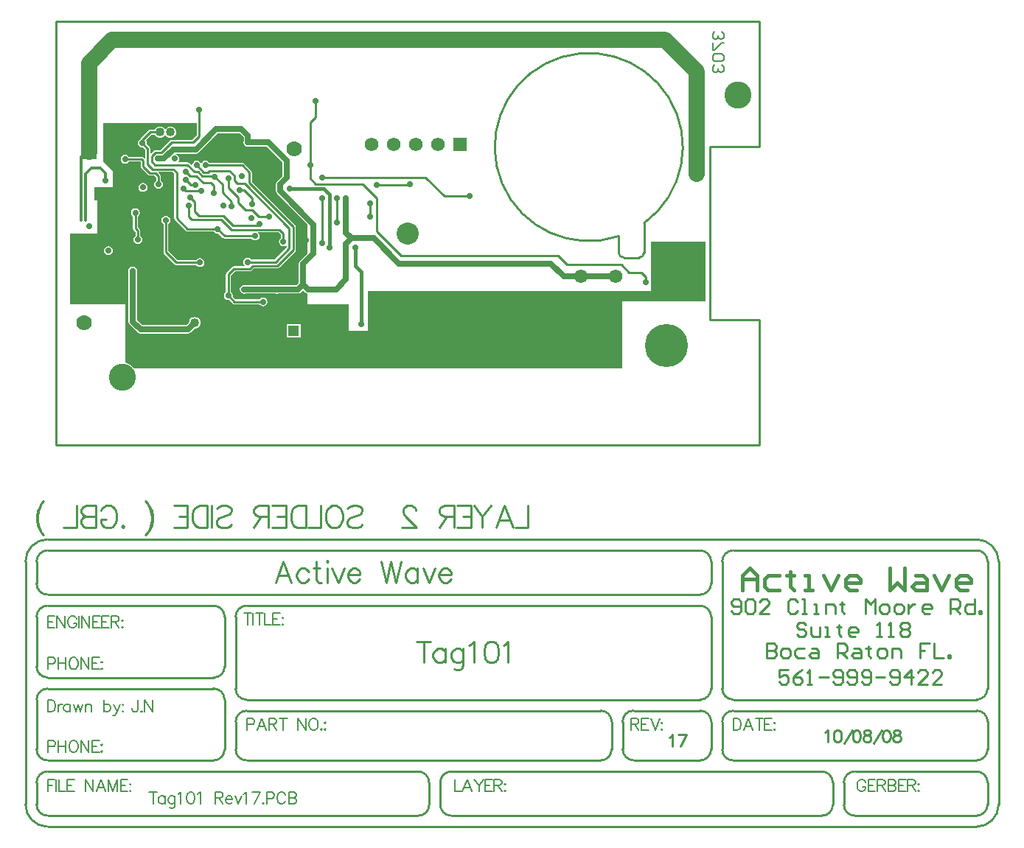
<source format=gbl>
%FSLAX23Y23*%
%MOIN*%
G70*
G01*
G75*
G04 Layer_Physical_Order=2*
G04 Layer_Color=65280*
%ADD10R,0.080X0.060*%
%ADD11R,0.091X0.067*%
%ADD12R,0.030X0.030*%
%ADD13R,0.030X0.030*%
%ADD14R,0.024X0.024*%
%ADD15R,0.098X0.138*%
%ADD16R,0.020X0.050*%
%ADD17R,0.080X0.120*%
%ADD18R,0.070X0.100*%
%ADD19R,0.100X0.070*%
%ADD20O,0.016X0.060*%
%ADD21R,0.014X0.035*%
%ADD22R,0.025X0.030*%
%ADD23R,0.100X0.100*%
%ADD24R,0.064X0.044*%
%ADD25R,0.014X0.035*%
%ADD26R,0.090X0.024*%
%ADD27R,0.024X0.100*%
%ADD28R,0.070X0.024*%
%ADD29R,0.024X0.090*%
%ADD30O,0.016X0.060*%
%ADD31R,0.075X0.043*%
%ADD32R,0.036X0.036*%
%ADD33R,0.036X0.050*%
%ADD34C,0.040*%
%ADD35R,0.074X0.045*%
%ADD36R,0.036X0.036*%
%ADD37R,0.050X0.036*%
%ADD38O,0.024X0.080*%
%ADD39C,0.015*%
%ADD40C,0.040*%
%ADD41C,0.006*%
%ADD42C,0.025*%
%ADD43C,0.010*%
%ADD44C,0.030*%
%ADD45C,0.012*%
%ADD46C,0.016*%
%ADD47C,0.014*%
%ADD48C,0.020*%
%ADD49C,0.008*%
%ADD50C,0.074*%
%ADD51C,0.005*%
%ADD52C,0.009*%
%ADD53C,0.062*%
%ADD54C,0.195*%
%ADD55C,0.070*%
%ADD56C,0.100*%
%ADD57C,0.122*%
%ADD58R,0.050X0.050*%
%ADD59C,0.028*%
%ADD60R,0.070X0.070*%
%ADD61R,0.062X0.062*%
G36*
X586Y1352D02*
X563Y1329D01*
X471D01*
X471Y1329D01*
X467Y1328D01*
X463Y1326D01*
X463Y1326D01*
X420Y1283D01*
X398D01*
X398Y1283D01*
X394Y1282D01*
X390Y1280D01*
X390Y1280D01*
X380Y1270D01*
X375Y1272D01*
Y1290D01*
X374Y1294D01*
X372Y1298D01*
X372Y1298D01*
X359Y1311D01*
X359Y1315D01*
X358Y1323D01*
X355Y1328D01*
X380Y1353D01*
X396D01*
X396Y1351D01*
X400Y1345D01*
X406Y1341D01*
X412Y1339D01*
X419Y1338D01*
X426Y1339D01*
X432Y1341D01*
X438Y1345D01*
X440Y1349D01*
X445D01*
X448Y1345D01*
X454Y1341D01*
X460Y1339D01*
X467Y1338D01*
X474Y1339D01*
X480Y1341D01*
X486Y1345D01*
X490Y1351D01*
X492Y1357D01*
X493Y1364D01*
X492Y1371D01*
X490Y1377D01*
X486Y1383D01*
X480Y1387D01*
X474Y1389D01*
X467Y1390D01*
X460Y1389D01*
X454Y1387D01*
X448Y1383D01*
X445Y1379D01*
X440D01*
X438Y1383D01*
X432Y1387D01*
X426Y1389D01*
X419Y1390D01*
X412Y1389D01*
X406Y1387D01*
X400Y1383D01*
X396Y1377D01*
X396Y1375D01*
X375D01*
X375Y1375D01*
X371Y1374D01*
X367Y1372D01*
X367Y1372D01*
X331Y1336D01*
X329Y1332D01*
X329Y1332D01*
X325Y1329D01*
X320Y1323D01*
X319Y1315D01*
X320Y1307D01*
X325Y1301D01*
X331Y1296D01*
X339Y1295D01*
X343Y1295D01*
X353Y1285D01*
Y1249D01*
X348Y1247D01*
X345Y1250D01*
X341Y1252D01*
X337Y1253D01*
X337Y1253D01*
X278D01*
X276Y1256D01*
X269Y1261D01*
X261Y1262D01*
X253Y1261D01*
X247Y1256D01*
X242Y1250D01*
X241Y1242D01*
X242Y1234D01*
X247Y1228D01*
X253Y1223D01*
X261Y1222D01*
X269Y1223D01*
X276Y1228D01*
X278Y1231D01*
X332D01*
X333Y1230D01*
Y1209D01*
X333Y1209D01*
X334Y1205D01*
X336Y1201D01*
X366Y1171D01*
X370Y1169D01*
X374Y1168D01*
X374Y1168D01*
X393D01*
X401Y1160D01*
Y1145D01*
X398Y1142D01*
X393Y1136D01*
X392Y1128D01*
X393Y1120D01*
X398Y1114D01*
X404Y1109D01*
X412Y1108D01*
X420Y1109D01*
X426Y1114D01*
X431Y1120D01*
X432Y1128D01*
X431Y1136D01*
X426Y1142D01*
X423Y1145D01*
Y1165D01*
X423Y1165D01*
X422Y1169D01*
X422D01*
X422Y1169D01*
X422Y1169D01*
Y1169D01*
X422D01*
X420Y1173D01*
X420Y1173D01*
X412Y1181D01*
X414Y1186D01*
X475D01*
X484Y1177D01*
Y975D01*
X484Y975D01*
X485Y971D01*
X487Y967D01*
X536Y918D01*
X536Y918D01*
X540Y916D01*
Y916D01*
X540Y916D01*
X540D01*
Y916D01*
X540Y916D01*
X540Y916D01*
X544Y915D01*
X544Y915D01*
X663D01*
X666Y912D01*
X672Y907D01*
X680Y906D01*
X684Y906D01*
X704Y886D01*
X704Y886D01*
X708Y884D01*
Y884D01*
X708Y884D01*
X708D01*
Y884D01*
X708Y884D01*
X708Y884D01*
X712Y883D01*
X832D01*
X835Y880D01*
X841Y875D01*
X849Y874D01*
X857Y875D01*
X863Y880D01*
X868Y886D01*
X869Y894D01*
X868Y902D01*
X863Y908D01*
X864Y911D01*
X955D01*
X966Y900D01*
Y886D01*
X963Y883D01*
X958Y877D01*
X957Y869D01*
X958Y861D01*
X963Y855D01*
X969Y850D01*
X977Y849D01*
X985Y850D01*
X988Y853D01*
X993Y850D01*
Y844D01*
X937Y788D01*
X832D01*
X829Y791D01*
X823Y796D01*
X815Y797D01*
X807Y796D01*
X801Y791D01*
X796Y785D01*
X795Y777D01*
X796Y769D01*
X801Y763D01*
X798Y758D01*
X754D01*
X754Y758D01*
X750Y757D01*
X746Y755D01*
X746Y755D01*
X720Y729D01*
X718Y725D01*
X717Y721D01*
X717Y721D01*
Y641D01*
X714Y638D01*
X709Y632D01*
X708Y624D01*
X709Y616D01*
X714Y610D01*
X720Y605D01*
X728Y604D01*
X732Y604D01*
X747Y589D01*
X747Y589D01*
X751Y586D01*
Y586D01*
X751Y586D01*
X751D01*
Y586D01*
X751Y586D01*
X751Y586D01*
X755Y585D01*
X755Y585D01*
X869D01*
X871Y582D01*
X878Y578D01*
X885Y576D01*
X893Y578D01*
X900Y582D01*
X904Y589D01*
X906Y597D01*
X904Y604D01*
X900Y611D01*
X893Y615D01*
X885Y617D01*
X878Y615D01*
X871Y611D01*
X869Y608D01*
X760D01*
X748Y620D01*
X748Y624D01*
X747Y632D01*
X742Y638D01*
X739Y641D01*
Y716D01*
X759Y736D01*
X826D01*
X826Y736D01*
X830Y737D01*
X834Y739D01*
X843Y748D01*
X950D01*
X950Y748D01*
X954Y749D01*
X958Y751D01*
X1030Y823D01*
X1030Y823D01*
X1032Y827D01*
X1033Y831D01*
X1033Y831D01*
Y937D01*
X1033Y937D01*
X1032Y942D01*
X1030Y945D01*
X1030Y945D01*
X835Y1140D01*
Y1182D01*
X834Y1186D01*
X832Y1190D01*
X832Y1190D01*
X799Y1223D01*
X795Y1225D01*
X791Y1226D01*
X791Y1226D01*
X642D01*
X639Y1229D01*
X633Y1234D01*
X625Y1235D01*
X617Y1234D01*
X611Y1229D01*
X608Y1225D01*
X603D01*
X599Y1229D01*
X593Y1234D01*
X585Y1235D01*
X577Y1234D01*
X571Y1229D01*
X566Y1223D01*
X565Y1218D01*
X560Y1216D01*
X552Y1225D01*
X548Y1227D01*
X544Y1228D01*
X544Y1228D01*
X505D01*
X502Y1233D01*
X505Y1236D01*
X506Y1244D01*
X505Y1252D01*
X500Y1258D01*
X494Y1263D01*
X486Y1264D01*
X485Y1266D01*
X486Y1267D01*
X581D01*
X588Y1269D01*
X594Y1273D01*
X682Y1360D01*
X779D01*
X798Y1341D01*
Y1326D01*
X797Y1318D01*
X798Y1310D01*
X803Y1304D01*
X809Y1299D01*
X817Y1298D01*
X825Y1299D01*
X902D01*
X974Y1227D01*
Y1167D01*
X949Y1141D01*
X945Y1135D01*
X943Y1128D01*
Y1098D01*
X943Y1098D01*
X943D01*
X945Y1091D01*
X949Y1085D01*
X1086Y947D01*
Y815D01*
X1053Y781D01*
X1049Y775D01*
X1047Y768D01*
X1047Y768D01*
X1047D01*
X1047Y768D01*
X1047D01*
Y683D01*
X1036Y672D01*
X956D01*
X948Y673D01*
X940Y672D01*
X808D01*
X800Y673D01*
X792Y672D01*
X786Y667D01*
X781Y661D01*
X780Y653D01*
X781Y645D01*
X786Y639D01*
X792Y634D01*
X800Y633D01*
X808Y634D01*
X940D01*
X948Y633D01*
X956Y634D01*
X1044D01*
X1051Y636D01*
X1057Y640D01*
X1066Y648D01*
X1075Y640D01*
X1081Y636D01*
X1086Y635D01*
Y586D01*
X1271D01*
Y465D01*
X1360D01*
Y645D01*
X2640D01*
Y870D01*
X2885D01*
Y600D01*
X2510D01*
Y296D01*
X302D01*
X297Y302D01*
X287Y311D01*
X275Y317D01*
X262Y321D01*
X261Y321D01*
Y416D01*
X261D01*
Y586D01*
X11D01*
Y906D01*
X136D01*
Y1056D01*
X121D01*
Y1116D01*
X206D01*
Y1186D01*
X161Y1231D01*
Y1406D01*
X586D01*
Y1352D01*
D02*
G37*
%LPC*%
G36*
X296Y757D02*
X288Y756D01*
X282Y751D01*
X277Y745D01*
X276Y737D01*
X277Y729D01*
Y507D01*
X277Y507D01*
X277D01*
X279Y500D01*
X283Y494D01*
X318Y459D01*
X324Y455D01*
X331Y453D01*
X546D01*
X553Y455D01*
X559Y459D01*
X577Y476D01*
X583Y477D01*
X589Y479D01*
X595Y483D01*
X599Y489D01*
X601Y495D01*
X602Y502D01*
X601Y509D01*
X599Y515D01*
X595Y521D01*
X589Y525D01*
X583Y527D01*
X576Y528D01*
X569Y527D01*
X563Y525D01*
X557Y521D01*
X553Y515D01*
X551Y509D01*
X550Y503D01*
X538Y491D01*
X339D01*
X315Y515D01*
Y729D01*
X316Y737D01*
X315Y745D01*
X310Y751D01*
X304Y756D01*
X296Y757D01*
D02*
G37*
G36*
X1055Y496D02*
X993D01*
Y434D01*
X1055D01*
Y496D01*
D02*
G37*
G36*
X1086Y541D02*
X1086D01*
Y419D01*
X1086D01*
Y541D01*
D02*
G37*
G36*
X446Y986D02*
X438Y985D01*
X432Y980D01*
X427Y974D01*
X426Y966D01*
X427Y958D01*
X432Y952D01*
X435Y949D01*
Y821D01*
X435Y821D01*
X436Y817D01*
X438Y813D01*
X485Y766D01*
X485Y766D01*
X489Y764D01*
Y764D01*
X489Y764D01*
D01*
D01*
D01*
X489D01*
Y764D01*
D01*
X489Y764D01*
X489Y764D01*
X493Y763D01*
X583D01*
X586Y760D01*
X592Y755D01*
X600Y754D01*
X608Y755D01*
X614Y760D01*
X619Y766D01*
X620Y774D01*
X619Y782D01*
X614Y788D01*
X608Y793D01*
X600Y794D01*
X592Y793D01*
X586Y788D01*
X583Y785D01*
X498D01*
X457Y826D01*
Y949D01*
X460Y952D01*
X465Y958D01*
X466Y966D01*
X465Y974D01*
X460Y980D01*
X454Y985D01*
X446Y986D01*
D02*
G37*
G36*
X342Y1134D02*
X334Y1133D01*
X328Y1128D01*
X323Y1122D01*
X322Y1114D01*
X323Y1106D01*
X328Y1100D01*
X334Y1095D01*
X342Y1094D01*
X350Y1095D01*
X356Y1100D01*
X361Y1106D01*
X362Y1114D01*
X361Y1122D01*
X356Y1128D01*
X350Y1133D01*
X342Y1134D01*
D02*
G37*
G36*
X308Y1020D02*
X300Y1019D01*
X294Y1014D01*
X289Y1008D01*
X288Y1000D01*
X289Y992D01*
X294Y986D01*
X297Y983D01*
Y929D01*
X297Y929D01*
X298Y925D01*
X300Y921D01*
X308Y913D01*
Y895D01*
X305Y892D01*
X300Y886D01*
X299Y878D01*
X300Y870D01*
X305Y864D01*
X311Y859D01*
X319Y858D01*
X327Y859D01*
X333Y864D01*
X338Y870D01*
X339Y878D01*
X338Y886D01*
X333Y892D01*
X330Y895D01*
Y918D01*
X329Y922D01*
X327Y926D01*
X327Y926D01*
X319Y934D01*
Y983D01*
X322Y986D01*
X327Y992D01*
X328Y1000D01*
X327Y1008D01*
X322Y1014D01*
X316Y1019D01*
X308Y1020D01*
D02*
G37*
G36*
X186Y848D02*
X178Y847D01*
X172Y842D01*
X167Y836D01*
X166Y828D01*
X167Y820D01*
X172Y814D01*
X178Y809D01*
X186Y808D01*
X194Y809D01*
X200Y814D01*
X205Y820D01*
X206Y828D01*
X205Y836D01*
X200Y842D01*
X194Y847D01*
X186Y848D01*
D02*
G37*
%LPD*%
D34*
X419Y1364D02*
D03*
X467D02*
D03*
X576Y502D02*
D03*
D39*
X1006Y1109D02*
X1158D01*
X1329Y496D02*
Y733D01*
X1303Y759D02*
X1329Y733D01*
X1303Y759D02*
Y843D01*
X1158Y1109D02*
X1186Y1081D01*
Y843D02*
Y1081D01*
X3053Y-708D02*
Y-641D01*
X3086Y-608D01*
X3119Y-641D01*
Y-708D01*
Y-658D01*
X3053D01*
X3219Y-641D02*
X3169D01*
X3152Y-658D01*
Y-691D01*
X3169Y-708D01*
X3219D01*
X3269Y-625D02*
Y-641D01*
X3252D01*
X3286D01*
X3269D01*
Y-691D01*
X3286Y-708D01*
X3336D02*
X3369D01*
X3352D01*
Y-641D01*
X3336D01*
X3419D02*
X3452Y-708D01*
X3486Y-641D01*
X3569Y-708D02*
X3536D01*
X3519Y-691D01*
Y-658D01*
X3536Y-641D01*
X3569D01*
X3586Y-658D01*
Y-675D01*
X3519D01*
X3719Y-608D02*
Y-708D01*
X3752Y-675D01*
X3786Y-708D01*
Y-608D01*
X3836Y-641D02*
X3869D01*
X3886Y-658D01*
Y-708D01*
X3836D01*
X3819Y-691D01*
X3836Y-675D01*
X3886D01*
X3919Y-641D02*
X3952Y-708D01*
X3986Y-641D01*
X4069Y-708D02*
X4036D01*
X4019Y-691D01*
Y-658D01*
X4036Y-641D01*
X4069D01*
X4086Y-658D01*
Y-675D01*
X4019D01*
D42*
X2323Y711D02*
X2478D01*
X2245D02*
X2323D01*
X948Y653D02*
X1044D01*
X800D02*
X948D01*
X2186Y770D02*
X2245Y711D01*
X962Y1098D02*
X1113Y947D01*
X1066Y675D02*
Y768D01*
X1113Y815D01*
Y947D01*
X817Y1318D02*
X910D01*
X962Y1098D02*
Y1128D01*
X993Y1159D01*
X910Y1318D02*
X993Y1235D01*
Y1159D02*
Y1235D01*
X1385Y885D02*
X1500Y770D01*
X787Y1379D02*
X817Y1349D01*
X581Y1286D02*
X674Y1379D01*
X787D01*
X478Y1286D02*
X581D01*
X817Y1318D02*
Y1349D01*
X436Y1244D02*
X478Y1286D01*
X409Y1244D02*
X436D01*
X1088Y653D02*
X1215D01*
X1044D02*
X1066Y675D01*
X1088Y653D01*
X296Y507D02*
Y737D01*
Y507D02*
X331Y472D01*
X1260Y698D02*
Y860D01*
Y910D02*
Y1064D01*
Y860D02*
X1285Y885D01*
X1260Y910D02*
X1285Y885D01*
X1385D01*
X1215Y653D02*
X1260Y698D01*
X546Y472D02*
X576Y502D01*
X331Y472D02*
X546D01*
X1500Y770D02*
X2186D01*
D43*
X1299Y1159D02*
X1300Y1160D01*
X1153Y1159D02*
X1299D01*
X610Y1165D02*
X667D01*
X1098Y1216D02*
Y1410D01*
Y1156D02*
Y1216D01*
X580Y1125D02*
X580D01*
X560D02*
X580D01*
X1510Y805D02*
X2220D01*
X2540Y730D02*
X2595D01*
X2220Y805D02*
X2260Y765D01*
X2595Y730D02*
X2615Y710D01*
Y685D02*
Y710D01*
X2505Y765D02*
X2540Y730D01*
X2260Y765D02*
X2505D01*
X1121Y1433D02*
Y1505D01*
X1098Y1410D02*
X1121Y1433D01*
X1098Y1156D02*
X1124Y1130D01*
X536Y1149D02*
X560Y1125D01*
X1400Y915D02*
X1510Y805D01*
X536Y1185D02*
X555Y1166D01*
X583D01*
X615Y1134D01*
X662Y1090D02*
Y1122D01*
X650Y1134D02*
X662Y1122D01*
X615Y1134D02*
X650D01*
X734Y1190D02*
X755Y1169D01*
X636Y1183D02*
X643Y1190D01*
X734D01*
X617Y1183D02*
X636D01*
X585Y1215D02*
X617Y1183D01*
X836Y1012D02*
X865Y983D01*
X912D01*
X805Y1012D02*
X836D01*
X748Y943D02*
X862D01*
X705Y986D02*
X748Y943D01*
X595Y986D02*
X705D01*
X575Y1006D02*
X595Y986D01*
X575Y1006D02*
Y1050D01*
X555Y1070D02*
X575Y1050D01*
X544Y1217D02*
X577Y1184D01*
X591D02*
X610Y1165D01*
X577Y1184D02*
X591D01*
X397Y1217D02*
X544D01*
X773Y1044D02*
Y1068D01*
X824Y1135D02*
X1022Y937D01*
X824Y1135D02*
Y1182D01*
X1022Y831D02*
Y937D01*
X826Y747D02*
X838Y759D01*
X950D02*
X1022Y831D01*
X838Y759D02*
X950D01*
X754Y747D02*
X826D01*
X801Y1133D02*
X1004Y930D01*
X815Y777D02*
X942D01*
X1004Y839D02*
Y930D01*
X942Y777D02*
X1004Y839D01*
X768Y1133D02*
X801D01*
X1153Y863D02*
Y1064D01*
X1370Y983D02*
Y1043D01*
X741Y922D02*
X960D01*
X977Y869D02*
Y905D01*
X960Y922D02*
X977Y905D01*
X695Y968D02*
X741Y922D01*
X563Y968D02*
X695D01*
X548Y983D02*
X563Y968D01*
X548Y983D02*
Y1033D01*
X862Y943D02*
X868Y949D01*
X728Y624D02*
Y721D01*
X754Y747D01*
X755Y1146D02*
Y1169D01*
X585Y1215D02*
X585D01*
X755Y1146D02*
X768Y1133D01*
X773Y1044D02*
X805Y1012D01*
X712Y894D02*
X849D01*
X544Y926D02*
X680D01*
X712Y894D01*
X755Y597D02*
X885D01*
X728Y624D02*
X755Y597D01*
X412Y1128D02*
Y1165D01*
X374Y1179D02*
X398D01*
X344Y1209D02*
X374Y1179D01*
X398D02*
X412Y1165D01*
X261Y1242D02*
X337D01*
X344Y1235D01*
Y1209D02*
Y1235D01*
X339Y1315D02*
X364Y1290D01*
X339Y1315D02*
Y1328D01*
X364Y1219D02*
Y1290D01*
Y1219D02*
X386Y1197D01*
X382Y1256D02*
X398Y1272D01*
X425D02*
X471Y1318D01*
X398Y1272D02*
X425D01*
X471Y1318D02*
X568D01*
X382Y1232D02*
Y1256D01*
Y1232D02*
X397Y1217D01*
X375Y1364D02*
X419D01*
X339Y1328D02*
X375Y1364D01*
X597Y1347D02*
Y1466D01*
X568Y1318D02*
X597Y1347D01*
X319Y878D02*
Y918D01*
X308Y929D02*
X319Y918D01*
X308Y929D02*
Y1000D01*
X1218Y955D02*
Y1064D01*
X493Y774D02*
X600D01*
X446Y821D02*
X493Y774D01*
X446Y821D02*
Y966D01*
X701Y1093D02*
X744Y1050D01*
Y1029D02*
Y1050D01*
X701Y1093D02*
Y1129D01*
X667Y1163D02*
X701Y1129D01*
X625Y1215D02*
X791D01*
X824Y1182D01*
X778Y1102D02*
X798D01*
X835Y1065D01*
Y1041D02*
Y1065D01*
Y1041D02*
X836Y1040D01*
X728Y1113D02*
Y1156D01*
Y1113D02*
X773Y1068D01*
X525Y1110D02*
X535Y1100D01*
X605D01*
X495Y975D02*
Y1182D01*
X386Y1197D02*
X480D01*
X495Y1182D01*
Y975D02*
X544Y926D01*
X1335Y1130D02*
X1400Y1065D01*
Y915D02*
Y1065D01*
X1124Y1130D02*
X1335D01*
X1300Y1160D02*
X1620D01*
X1545Y1125D02*
X1550Y1130D01*
X1400Y1125D02*
X1545D01*
X1620Y1160D02*
X1705Y1075D01*
X1820D01*
X2083Y-325D02*
Y-425D01*
X2026D01*
X1939D02*
X1977Y-325D01*
X2015Y-425D01*
X2001Y-392D02*
X1953D01*
X1915Y-325D02*
X1877Y-373D01*
Y-425D01*
X1839Y-325D02*
X1877Y-373D01*
X1764Y-325D02*
X1826D01*
Y-425D01*
X1764D01*
X1826Y-373D02*
X1788D01*
X1748Y-325D02*
Y-425D01*
Y-325D02*
X1705D01*
X1691Y-330D01*
X1686Y-335D01*
X1681Y-344D01*
Y-354D01*
X1686Y-363D01*
X1691Y-368D01*
X1705Y-373D01*
X1748D01*
X1715D02*
X1681Y-425D01*
X1575Y-349D02*
Y-344D01*
X1571Y-335D01*
X1566Y-330D01*
X1556Y-325D01*
X1537D01*
X1528Y-330D01*
X1523Y-335D01*
X1518Y-344D01*
Y-354D01*
X1523Y-363D01*
X1533Y-377D01*
X1580Y-425D01*
X1514D01*
X1267Y-339D02*
X1277Y-330D01*
X1291Y-325D01*
X1310D01*
X1325Y-330D01*
X1334Y-339D01*
Y-349D01*
X1329Y-358D01*
X1325Y-363D01*
X1315Y-368D01*
X1287Y-377D01*
X1277Y-382D01*
X1272Y-387D01*
X1267Y-396D01*
Y-411D01*
X1277Y-420D01*
X1291Y-425D01*
X1310D01*
X1325Y-420D01*
X1334Y-411D01*
X1217Y-325D02*
X1226Y-330D01*
X1236Y-339D01*
X1240Y-349D01*
X1245Y-363D01*
Y-387D01*
X1240Y-401D01*
X1236Y-411D01*
X1226Y-420D01*
X1217Y-425D01*
X1197D01*
X1188Y-420D01*
X1178Y-411D01*
X1174Y-401D01*
X1169Y-387D01*
Y-363D01*
X1174Y-349D01*
X1178Y-339D01*
X1188Y-330D01*
X1197Y-325D01*
X1217D01*
X1146D02*
Y-425D01*
X1088D01*
X1078Y-325D02*
Y-425D01*
Y-325D02*
X1044D01*
X1030Y-330D01*
X1020Y-339D01*
X1016Y-349D01*
X1011Y-363D01*
Y-387D01*
X1016Y-401D01*
X1020Y-411D01*
X1030Y-420D01*
X1044Y-425D01*
X1078D01*
X927Y-325D02*
X988D01*
Y-425D01*
X927D01*
X988Y-373D02*
X950D01*
X910Y-325D02*
Y-425D01*
Y-325D02*
X867D01*
X853Y-330D01*
X848Y-335D01*
X843Y-344D01*
Y-354D01*
X848Y-363D01*
X853Y-368D01*
X867Y-373D01*
X910D01*
X877D02*
X843Y-425D01*
X676Y-339D02*
X685Y-330D01*
X699Y-325D01*
X719D01*
X733Y-330D01*
X742Y-339D01*
Y-349D01*
X738Y-358D01*
X733Y-363D01*
X723Y-368D01*
X695Y-377D01*
X685Y-382D01*
X680Y-387D01*
X676Y-396D01*
Y-411D01*
X685Y-420D01*
X699Y-425D01*
X719D01*
X733Y-420D01*
X742Y-411D01*
X653Y-325D02*
Y-425D01*
X632Y-325D02*
Y-425D01*
Y-325D02*
X599D01*
X585Y-330D01*
X575Y-339D01*
X570Y-349D01*
X566Y-363D01*
Y-387D01*
X570Y-401D01*
X575Y-411D01*
X585Y-420D01*
X599Y-425D01*
X632D01*
X481Y-325D02*
X543D01*
Y-425D01*
X481D01*
X543Y-373D02*
X505D01*
X353Y-306D02*
X362Y-315D01*
X372Y-330D01*
X381Y-349D01*
X386Y-373D01*
Y-392D01*
X381Y-415D01*
X372Y-435D01*
X362Y-449D01*
X353Y-458D01*
X362Y-315D02*
X372Y-335D01*
X377Y-349D01*
X381Y-373D01*
Y-392D01*
X377Y-415D01*
X372Y-430D01*
X362Y-449D01*
X251Y-415D02*
X255Y-420D01*
X251Y-425D01*
X246Y-420D01*
X251Y-415D01*
X152Y-349D02*
X157Y-339D01*
X167Y-330D01*
X176Y-325D01*
X195D01*
X205Y-330D01*
X214Y-339D01*
X219Y-349D01*
X224Y-363D01*
Y-387D01*
X219Y-401D01*
X214Y-411D01*
X205Y-420D01*
X195Y-425D01*
X176D01*
X167Y-420D01*
X157Y-411D01*
X152Y-401D01*
Y-387D01*
X176D02*
X152D01*
X130Y-325D02*
Y-425D01*
Y-325D02*
X87D01*
X72Y-330D01*
X68Y-335D01*
X63Y-344D01*
Y-354D01*
X68Y-363D01*
X72Y-368D01*
X87Y-373D01*
X130D02*
X87D01*
X72Y-377D01*
X68Y-382D01*
X63Y-392D01*
Y-406D01*
X68Y-415D01*
X72Y-420D01*
X87Y-425D01*
X130D01*
X41Y-325D02*
Y-425D01*
X-17D01*
X-106Y-306D02*
X-116Y-315D01*
X-125Y-330D01*
X-135Y-349D01*
X-139Y-373D01*
Y-392D01*
X-135Y-415D01*
X-125Y-435D01*
X-116Y-449D01*
X-106Y-458D01*
X-116Y-315D02*
X-125Y-335D01*
X-130Y-349D01*
X-135Y-373D01*
Y-392D01*
X-130Y-415D01*
X-125Y-430D01*
X-116Y-449D01*
X2493Y820D02*
G03*
X2516Y797I23J0D01*
G01*
X2585D02*
G03*
X2608Y820I0J23D01*
G01*
X2608Y953D02*
G03*
X2493Y894I-250J344D01*
G01*
X2493Y820D02*
Y894D01*
X2516Y797D02*
X2585D01*
X2608Y820D02*
Y953D01*
X-50Y1865D02*
X3130D01*
Y1300D02*
Y1865D01*
X2905Y620D02*
Y1229D01*
X3130Y-50D02*
Y514D01*
X-50Y-50D02*
X3130D01*
X-50D02*
Y1865D01*
X2990Y514D02*
X3130D01*
X2905D02*
Y630D01*
Y514D02*
X3020D01*
X2905Y1215D02*
Y1300D01*
X3130D01*
X4161Y-1302D02*
G03*
X4112Y-1253I-49J0D01*
G01*
X3011D02*
G03*
X2961Y-1303I0J-50D01*
G01*
X4111Y-1203D02*
G03*
X4161Y-1153I0J50D01*
G01*
X2961D02*
G03*
X3011Y-1203I50J0D01*
G01*
X-89Y-478D02*
G03*
X-189Y-578I0J-100D01*
G01*
Y-1677D02*
G03*
X-90Y-1778I101J0D01*
G01*
X4111Y-1778D02*
G03*
X4211Y-1678I0J100D01*
G01*
Y-578D02*
G03*
X4111Y-478I-100J0D01*
G01*
X4161Y-577D02*
G03*
X4110Y-528I-49J0D01*
G01*
X4111Y-1478D02*
G03*
X4161Y-1428I0J50D01*
G01*
X4161Y-1577D02*
G03*
X4111Y-1528I-50J-1D01*
G01*
Y-1728D02*
G03*
X4161Y-1678I0J50D01*
G01*
X2861Y-1478D02*
G03*
X2911Y-1428I0J50D01*
G01*
X2961Y-1429D02*
G03*
X3011Y-1478I49J0D01*
G01*
X2911Y-1302D02*
G03*
X2862Y-1253I-49J0D01*
G01*
X-139Y-1678D02*
G03*
X-90Y-1728I50J0D01*
G01*
X2862Y-1203D02*
G03*
X2911Y-1153I-1J50D01*
G01*
X-89Y-1528D02*
G03*
X-139Y-1578I0J-50D01*
G01*
X2911Y-828D02*
G03*
X2861Y-778I-50J0D01*
G01*
Y-728D02*
G03*
X2911Y-678I0J50D01*
G01*
X3011Y-528D02*
G03*
X2961Y-578I0J-50D01*
G01*
X2911D02*
G03*
X2861Y-528I-50J0D01*
G01*
X-89D02*
G03*
X-139Y-578I0J-50D01*
G01*
Y-678D02*
G03*
X-89Y-728I50J0D01*
G01*
Y-778D02*
G03*
X-139Y-828I0J-50D01*
G01*
Y-1053D02*
G03*
X-89Y-1103I50J0D01*
G01*
Y-1153D02*
G03*
X-139Y-1203I0J-50D01*
G01*
Y-1428D02*
G03*
X-90Y-1478I50J0D01*
G01*
X811Y-778D02*
G03*
X761Y-828I0J-50D01*
G01*
X811Y-1253D02*
G03*
X761Y-1303I0J-50D01*
G01*
X2559Y-1253D02*
G03*
X2511Y-1304I0J-48D01*
G01*
X2511Y-1427D02*
G03*
X2561Y-1478I51J0D01*
G01*
X2412Y-1478D02*
G03*
X2461Y-1428I0J49D01*
G01*
X2461Y-1302D02*
G03*
X2412Y-1253I-49J0D01*
G01*
X662Y-1478D02*
G03*
X711Y-1429I0J49D01*
G01*
X761D02*
G03*
X810Y-1478I49J0D01*
G01*
X761Y-1154D02*
G03*
X810Y-1203I49J0D01*
G01*
X711Y-1202D02*
G03*
X660Y-1153I-49J0D01*
G01*
X663Y-1103D02*
G03*
X711Y-1055I0J48D01*
G01*
Y-827D02*
G03*
X662Y-778I-49J0D01*
G01*
X3561Y-1528D02*
G03*
X3511Y-1578I0J-50D01*
G01*
Y-1679D02*
G03*
X3561Y-1728I49J0D01*
G01*
X3412Y-1728D02*
G03*
X3461Y-1679I1J48D01*
G01*
X3461Y-1578D02*
G03*
X3411Y-1528I-50J0D01*
G01*
X1686Y-1678D02*
G03*
X1735Y-1728I50J0D01*
G01*
X1736Y-1528D02*
G03*
X1686Y-1578I0J-50D01*
G01*
X1587Y-1728D02*
G03*
X1636Y-1679I1J48D01*
G01*
X1636Y-1578D02*
G03*
X1586Y-1528I-50J0D01*
G01*
X4161Y-1428D02*
Y-1302D01*
X2961Y-1428D02*
Y-1303D01*
X4161Y-1153D02*
Y-578D01*
X2961Y-1153D02*
Y-578D01*
X-189Y-1678D02*
Y-578D01*
X-139Y-1678D02*
Y-1578D01*
X4161Y-1678D02*
Y-1578D01*
X2911Y-1428D02*
Y-1303D01*
X2511Y-1428D02*
Y-1303D01*
X761Y-1428D02*
Y-1303D01*
X2461Y-1428D02*
Y-1303D01*
X761Y-1153D02*
Y-828D01*
X2911Y-1153D02*
Y-828D01*
Y-678D02*
Y-578D01*
X-139Y-678D02*
Y-578D01*
X711Y-1053D02*
Y-828D01*
X-139Y-1053D02*
Y-828D01*
X711Y-1428D02*
Y-1203D01*
X-139Y-1428D02*
Y-1203D01*
X4211Y-1678D02*
Y-578D01*
X3511Y-1678D02*
Y-1578D01*
X3461Y-1678D02*
Y-1578D01*
X1686Y-1678D02*
Y-1578D01*
X1636Y-1678D02*
Y-1578D01*
X3011Y-1253D02*
X4111D01*
X3011Y-1203D02*
X4111D01*
X811D02*
X2861D01*
X3011Y-528D02*
X4111D01*
X3011Y-1478D02*
X4111D01*
X2561Y-1253D02*
X2861D01*
X2561Y-1478D02*
X2861D01*
X811D02*
X2411D01*
X811Y-1253D02*
X2411D01*
X811Y-778D02*
X2861D01*
X-89Y-728D02*
X2861D01*
X-89Y-778D02*
X661D01*
X-89Y-1103D02*
X661D01*
X-89Y-1153D02*
X661D01*
X-89Y-1478D02*
X661D01*
X-89Y-478D02*
X4111D01*
X-89Y-1778D02*
X4111D01*
X-89Y-528D02*
X2861D01*
X3561Y-1528D02*
X4111D01*
X3561Y-1728D02*
X4111D01*
X1736Y-1528D02*
X3411D01*
X-89D02*
X1586D01*
X-89Y-1728D02*
X1586D01*
X1736D02*
X3411D01*
X3340Y-865D02*
X3330Y-854D01*
X3308D01*
X3298Y-865D01*
Y-875D01*
X3308Y-886D01*
X3330D01*
X3340Y-897D01*
Y-907D01*
X3330Y-918D01*
X3308D01*
X3298Y-907D01*
X3362Y-875D02*
Y-907D01*
X3372Y-918D01*
X3404D01*
Y-875D01*
X3425Y-918D02*
X3447D01*
X3436D01*
Y-875D01*
X3425D01*
X3489Y-865D02*
Y-875D01*
X3479D01*
X3500D01*
X3489D01*
Y-907D01*
X3500Y-918D01*
X3564D02*
X3543D01*
X3532Y-907D01*
Y-886D01*
X3543Y-875D01*
X3564D01*
X3575Y-886D01*
Y-897D01*
X3532D01*
X3660Y-918D02*
X3681D01*
X3671D01*
Y-854D01*
X3660Y-865D01*
X3713Y-918D02*
X3735D01*
X3724D01*
Y-854D01*
X3713Y-865D01*
X3767D02*
X3777Y-854D01*
X3799D01*
X3809Y-865D01*
Y-875D01*
X3799Y-886D01*
X3809Y-897D01*
Y-907D01*
X3799Y-918D01*
X3777D01*
X3767Y-907D01*
Y-897D01*
X3777Y-886D01*
X3767Y-875D01*
Y-865D01*
X3777Y-886D02*
X3799D01*
X3260Y-1069D02*
X3218D01*
Y-1101D01*
X3239Y-1090D01*
X3250D01*
X3260Y-1101D01*
Y-1122D01*
X3250Y-1133D01*
X3228D01*
X3218Y-1122D01*
X3324Y-1069D02*
X3303Y-1080D01*
X3282Y-1101D01*
Y-1122D01*
X3292Y-1133D01*
X3313D01*
X3324Y-1122D01*
Y-1112D01*
X3313Y-1101D01*
X3282D01*
X3345Y-1133D02*
X3367D01*
X3356D01*
Y-1069D01*
X3345Y-1080D01*
X3399Y-1101D02*
X3441D01*
X3463Y-1122D02*
X3473Y-1133D01*
X3495D01*
X3505Y-1122D01*
Y-1080D01*
X3495Y-1069D01*
X3473D01*
X3463Y-1080D01*
Y-1090D01*
X3473Y-1101D01*
X3505D01*
X3527Y-1122D02*
X3537Y-1133D01*
X3559D01*
X3569Y-1122D01*
Y-1080D01*
X3559Y-1069D01*
X3537D01*
X3527Y-1080D01*
Y-1090D01*
X3537Y-1101D01*
X3569D01*
X3591Y-1122D02*
X3601Y-1133D01*
X3623D01*
X3633Y-1122D01*
Y-1080D01*
X3623Y-1069D01*
X3601D01*
X3591Y-1080D01*
Y-1090D01*
X3601Y-1101D01*
X3633D01*
X3655D02*
X3697D01*
X3719Y-1122D02*
X3729Y-1133D01*
X3751D01*
X3761Y-1122D01*
Y-1080D01*
X3751Y-1069D01*
X3729D01*
X3719Y-1080D01*
Y-1090D01*
X3729Y-1101D01*
X3761D01*
X3815Y-1133D02*
Y-1069D01*
X3783Y-1101D01*
X3825D01*
X3889Y-1133D02*
X3847D01*
X3889Y-1090D01*
Y-1080D01*
X3879Y-1069D01*
X3857D01*
X3847Y-1080D01*
X3953Y-1133D02*
X3911D01*
X3953Y-1090D01*
Y-1080D01*
X3943Y-1069D01*
X3921D01*
X3911Y-1080D01*
X3003Y-802D02*
X3013Y-813D01*
X3035D01*
X3045Y-802D01*
Y-760D01*
X3035Y-749D01*
X3013D01*
X3003Y-760D01*
Y-770D01*
X3013Y-781D01*
X3045D01*
X3067Y-760D02*
X3077Y-749D01*
X3098D01*
X3109Y-760D01*
Y-802D01*
X3098Y-813D01*
X3077D01*
X3067Y-802D01*
Y-760D01*
X3173Y-813D02*
X3130D01*
X3173Y-770D01*
Y-760D01*
X3162Y-749D01*
X3141D01*
X3130Y-760D01*
X3301D02*
X3290Y-749D01*
X3269D01*
X3258Y-760D01*
Y-802D01*
X3269Y-813D01*
X3290D01*
X3301Y-802D01*
X3322Y-813D02*
X3344D01*
X3333D01*
Y-749D01*
X3322D01*
X3376Y-813D02*
X3397D01*
X3386D01*
Y-770D01*
X3376D01*
X3429Y-813D02*
Y-770D01*
X3461D01*
X3472Y-781D01*
Y-813D01*
X3504Y-760D02*
Y-770D01*
X3493D01*
X3514D01*
X3504D01*
Y-802D01*
X3514Y-813D01*
X3610D02*
Y-749D01*
X3632Y-770D01*
X3653Y-749D01*
Y-813D01*
X3685D02*
X3706D01*
X3717Y-802D01*
Y-781D01*
X3706Y-770D01*
X3685D01*
X3674Y-781D01*
Y-802D01*
X3685Y-813D01*
X3749D02*
X3770D01*
X3781Y-802D01*
Y-781D01*
X3770Y-770D01*
X3749D01*
X3738Y-781D01*
Y-802D01*
X3749Y-813D01*
X3802Y-770D02*
Y-813D01*
Y-792D01*
X3813Y-781D01*
X3824Y-770D01*
X3834D01*
X3898Y-813D02*
X3877D01*
X3866Y-802D01*
Y-781D01*
X3877Y-770D01*
X3898D01*
X3909Y-781D01*
Y-792D01*
X3866D01*
X3994Y-813D02*
Y-749D01*
X4026D01*
X4037Y-760D01*
Y-781D01*
X4026Y-792D01*
X3994D01*
X4016D02*
X4037Y-813D01*
X4101Y-749D02*
Y-813D01*
X4069D01*
X4058Y-802D01*
Y-781D01*
X4069Y-770D01*
X4101D01*
X4122Y-813D02*
Y-802D01*
X4133D01*
Y-813D01*
X4122D01*
X3163Y-949D02*
Y-1013D01*
X3195D01*
X3205Y-1002D01*
Y-992D01*
X3195Y-981D01*
X3163D01*
X3195D01*
X3205Y-970D01*
Y-960D01*
X3195Y-949D01*
X3163D01*
X3237Y-1013D02*
X3258D01*
X3269Y-1002D01*
Y-981D01*
X3258Y-970D01*
X3237D01*
X3227Y-981D01*
Y-1002D01*
X3237Y-1013D01*
X3333Y-970D02*
X3301D01*
X3290Y-981D01*
Y-1002D01*
X3301Y-1013D01*
X3333D01*
X3365Y-970D02*
X3386D01*
X3397Y-981D01*
Y-1013D01*
X3365D01*
X3354Y-1002D01*
X3365Y-992D01*
X3397D01*
X3482Y-1013D02*
Y-949D01*
X3514D01*
X3525Y-960D01*
Y-981D01*
X3514Y-992D01*
X3482D01*
X3504D02*
X3525Y-1013D01*
X3557Y-970D02*
X3578D01*
X3589Y-981D01*
Y-1013D01*
X3557D01*
X3546Y-1002D01*
X3557Y-992D01*
X3589D01*
X3621Y-960D02*
Y-970D01*
X3610D01*
X3632D01*
X3621D01*
Y-1002D01*
X3632Y-1013D01*
X3674D02*
X3696D01*
X3706Y-1002D01*
Y-981D01*
X3696Y-970D01*
X3674D01*
X3664Y-981D01*
Y-1002D01*
X3674Y-1013D01*
X3728D02*
Y-970D01*
X3760D01*
X3770Y-981D01*
Y-1013D01*
X3898Y-949D02*
X3856D01*
Y-981D01*
X3877D01*
X3856D01*
Y-1013D01*
X3920Y-949D02*
Y-1013D01*
X3962D01*
X3984D02*
Y-1002D01*
X3994D01*
Y-1013D01*
X3984D01*
X2608Y953D02*
G03*
X2493Y894I-250J344D01*
G01*
X2585Y797D02*
G03*
X2608Y820I0J23D01*
G01*
X2493D02*
G03*
X2516Y797I23J0D01*
G01*
X2608Y820D02*
Y953D01*
X2516Y797D02*
X2585D01*
X2493Y820D02*
Y894D01*
X2905Y1300D02*
X3130D01*
Y-50D02*
Y514D01*
X-50Y-50D02*
X3130D01*
X-50D02*
Y1865D01*
X2905Y656D02*
Y1300D01*
X3130D02*
Y1865D01*
X-50D02*
X3130D01*
X2940Y514D02*
X3130D01*
X2905D02*
Y656D01*
Y514D02*
X2940D01*
D44*
X969Y550D02*
X1026D01*
X885Y522D02*
X941D01*
X969Y550D01*
D47*
X98Y1275D02*
Y1350D01*
X83Y1275D02*
X98D01*
X61Y1253D02*
X83Y1275D01*
X61Y967D02*
Y1253D01*
X84Y1177D02*
X109Y1202D01*
X84Y967D02*
Y1177D01*
X109Y1202D02*
X150D01*
X174Y1178D01*
Y1147D02*
Y1178D01*
D49*
X2926Y1818D02*
X2918Y1810D01*
Y1793D01*
X2926Y1785D01*
X2935D01*
X2943Y1793D01*
Y1801D01*
Y1793D01*
X2951Y1785D01*
X2960D01*
X2968Y1793D01*
Y1810D01*
X2960Y1818D01*
X2918Y1768D02*
Y1735D01*
X2926D01*
X2960Y1768D01*
X2968D01*
X2926Y1718D02*
X2918Y1710D01*
Y1693D01*
X2926Y1685D01*
X2960D01*
X2968Y1693D01*
Y1710D01*
X2960Y1718D01*
X2926D01*
Y1668D02*
X2918Y1660D01*
Y1643D01*
X2926Y1635D01*
X2935D01*
X2943Y1643D01*
Y1651D01*
Y1643D01*
X2951Y1635D01*
X2960D01*
X2968Y1643D01*
Y1660D01*
X2960Y1668D01*
X319Y-1206D02*
Y-1247D01*
X317Y-1254D01*
X314Y-1257D01*
X309Y-1259D01*
X304D01*
X299Y-1257D01*
X296Y-1254D01*
X294Y-1247D01*
Y-1241D01*
X336Y-1254D02*
X333Y-1257D01*
X336Y-1259D01*
X338Y-1257D01*
X336Y-1254D01*
X350Y-1206D02*
Y-1259D01*
Y-1206D02*
X385Y-1259D01*
Y-1206D02*
Y-1259D01*
D50*
X2845Y1177D02*
Y1640D01*
X2704Y1781D02*
X2845Y1640D01*
X204Y1781D02*
X2704D01*
X98Y1675D02*
X204Y1781D01*
X98Y1275D02*
Y1675D01*
D51*
X388Y-1622D02*
Y-1675D01*
X370Y-1622D02*
X406D01*
X442Y-1639D02*
Y-1675D01*
Y-1647D02*
X437Y-1642D01*
X432Y-1639D01*
X425D01*
X420Y-1642D01*
X414Y-1647D01*
X412Y-1655D01*
Y-1660D01*
X414Y-1667D01*
X420Y-1672D01*
X425Y-1675D01*
X432D01*
X437Y-1672D01*
X442Y-1667D01*
X487Y-1639D02*
Y-1680D01*
X485Y-1688D01*
X482Y-1690D01*
X477Y-1693D01*
X469D01*
X464Y-1690D01*
X487Y-1647D02*
X482Y-1642D01*
X477Y-1639D01*
X469D01*
X464Y-1642D01*
X459Y-1647D01*
X457Y-1655D01*
Y-1660D01*
X459Y-1667D01*
X464Y-1672D01*
X469Y-1675D01*
X477D01*
X482Y-1672D01*
X487Y-1667D01*
X501Y-1632D02*
X506Y-1629D01*
X514Y-1622D01*
Y-1675D01*
X556Y-1622D02*
X548Y-1624D01*
X543Y-1632D01*
X540Y-1645D01*
Y-1652D01*
X543Y-1665D01*
X548Y-1672D01*
X556Y-1675D01*
X561D01*
X568Y-1672D01*
X573Y-1665D01*
X576Y-1652D01*
Y-1645D01*
X573Y-1632D01*
X568Y-1624D01*
X561Y-1622D01*
X556D01*
X588Y-1632D02*
X593Y-1629D01*
X601Y-1622D01*
Y-1675D01*
X669Y-1622D02*
Y-1675D01*
Y-1622D02*
X692D01*
X699Y-1624D01*
X702Y-1627D01*
X704Y-1632D01*
Y-1637D01*
X702Y-1642D01*
X699Y-1645D01*
X692Y-1647D01*
X669D01*
X687D02*
X704Y-1675D01*
X716Y-1655D02*
X747D01*
Y-1650D01*
X744Y-1645D01*
X742Y-1642D01*
X737Y-1639D01*
X729D01*
X724Y-1642D01*
X719Y-1647D01*
X716Y-1655D01*
Y-1660D01*
X719Y-1667D01*
X724Y-1672D01*
X729Y-1675D01*
X737D01*
X742Y-1672D01*
X747Y-1667D01*
X758Y-1639D02*
X773Y-1675D01*
X789Y-1639D02*
X773Y-1675D01*
X797Y-1632D02*
X802Y-1629D01*
X810Y-1622D01*
Y-1675D01*
X872Y-1622D02*
X847Y-1675D01*
X836Y-1622D02*
X872D01*
X886Y-1670D02*
X884Y-1672D01*
X886Y-1675D01*
X889Y-1672D01*
X886Y-1670D01*
X901Y-1650D02*
X924D01*
X931Y-1647D01*
X934Y-1645D01*
X936Y-1639D01*
Y-1632D01*
X934Y-1627D01*
X931Y-1624D01*
X924Y-1622D01*
X901D01*
Y-1675D01*
X986Y-1634D02*
X984Y-1629D01*
X979Y-1624D01*
X974Y-1622D01*
X963D01*
X958Y-1624D01*
X953Y-1629D01*
X951Y-1634D01*
X948Y-1642D01*
Y-1655D01*
X951Y-1662D01*
X953Y-1667D01*
X958Y-1672D01*
X963Y-1675D01*
X974D01*
X979Y-1672D01*
X984Y-1667D01*
X986Y-1662D01*
X1001Y-1622D02*
Y-1675D01*
Y-1622D02*
X1024D01*
X1032Y-1624D01*
X1034Y-1627D01*
X1037Y-1632D01*
Y-1637D01*
X1034Y-1642D01*
X1032Y-1645D01*
X1024Y-1647D01*
X1001D02*
X1024D01*
X1032Y-1650D01*
X1034Y-1652D01*
X1037Y-1657D01*
Y-1665D01*
X1034Y-1670D01*
X1032Y-1672D01*
X1024Y-1675D01*
X1001D01*
X3011Y-1287D02*
Y-1341D01*
Y-1287D02*
X3029D01*
X3036Y-1290D01*
X3041Y-1295D01*
X3044Y-1300D01*
X3046Y-1308D01*
Y-1320D01*
X3044Y-1328D01*
X3041Y-1333D01*
X3036Y-1338D01*
X3029Y-1341D01*
X3011D01*
X3099D02*
X3079Y-1287D01*
X3058Y-1341D01*
X3066Y-1323D02*
X3091D01*
X3129Y-1287D02*
Y-1341D01*
X3111Y-1287D02*
X3147D01*
X3186D02*
X3153D01*
Y-1341D01*
X3186D01*
X3153Y-1313D02*
X3174D01*
X3198Y-1305D02*
X3195Y-1308D01*
X3198Y-1310D01*
X3200Y-1308D01*
X3198Y-1305D01*
Y-1336D02*
X3195Y-1338D01*
X3198Y-1341D01*
X3200Y-1338D01*
X3198Y-1336D01*
X2548Y-1287D02*
Y-1341D01*
Y-1287D02*
X2571D01*
X2579Y-1290D01*
X2581Y-1292D01*
X2584Y-1298D01*
Y-1303D01*
X2581Y-1308D01*
X2579Y-1310D01*
X2571Y-1313D01*
X2548D01*
X2566D02*
X2584Y-1341D01*
X2629Y-1287D02*
X2596D01*
Y-1341D01*
X2629D01*
X2596Y-1313D02*
X2616D01*
X2638Y-1287D02*
X2658Y-1341D01*
X2678Y-1287D02*
X2658Y-1341D01*
X2688Y-1305D02*
X2685Y-1308D01*
X2688Y-1310D01*
X2690Y-1308D01*
X2688Y-1305D01*
Y-1336D02*
X2685Y-1338D01*
X2688Y-1341D01*
X2690Y-1338D01*
X2688Y-1336D01*
X-89Y-1040D02*
X-66D01*
X-59Y-1038D01*
X-56Y-1035D01*
X-54Y-1030D01*
Y-1023D01*
X-56Y-1017D01*
X-59Y-1015D01*
X-66Y-1012D01*
X-89D01*
Y-1066D01*
X-42Y-1012D02*
Y-1066D01*
X-6Y-1012D02*
Y-1066D01*
X-42Y-1038D02*
X-6D01*
X24Y-1012D02*
X19Y-1015D01*
X14Y-1020D01*
X11Y-1025D01*
X9Y-1033D01*
Y-1045D01*
X11Y-1053D01*
X14Y-1058D01*
X19Y-1063D01*
X24Y-1066D01*
X34D01*
X39Y-1063D01*
X44Y-1058D01*
X47Y-1053D01*
X49Y-1045D01*
Y-1033D01*
X47Y-1025D01*
X44Y-1020D01*
X39Y-1015D01*
X34Y-1012D01*
X24D01*
X62D02*
Y-1066D01*
Y-1012D02*
X97Y-1066D01*
Y-1012D02*
Y-1066D01*
X145Y-1012D02*
X112D01*
Y-1066D01*
X145D01*
X112Y-1038D02*
X132D01*
X156Y-1030D02*
X154Y-1033D01*
X156Y-1035D01*
X159Y-1033D01*
X156Y-1030D01*
Y-1061D02*
X154Y-1063D01*
X156Y-1066D01*
X159Y-1063D01*
X156Y-1061D01*
X-89Y-1415D02*
X-66D01*
X-59Y-1413D01*
X-56Y-1410D01*
X-54Y-1405D01*
Y-1398D01*
X-56Y-1392D01*
X-59Y-1390D01*
X-66Y-1387D01*
X-89D01*
Y-1441D01*
X-42Y-1387D02*
Y-1441D01*
X-6Y-1387D02*
Y-1441D01*
X-42Y-1413D02*
X-6D01*
X24Y-1387D02*
X19Y-1390D01*
X14Y-1395D01*
X11Y-1400D01*
X9Y-1408D01*
Y-1420D01*
X11Y-1428D01*
X14Y-1433D01*
X19Y-1438D01*
X24Y-1441D01*
X34D01*
X39Y-1438D01*
X44Y-1433D01*
X47Y-1428D01*
X49Y-1420D01*
Y-1408D01*
X47Y-1400D01*
X44Y-1395D01*
X39Y-1390D01*
X34Y-1387D01*
X24D01*
X62D02*
Y-1441D01*
Y-1387D02*
X97Y-1441D01*
Y-1387D02*
Y-1441D01*
X145Y-1387D02*
X112D01*
Y-1441D01*
X145D01*
X112Y-1413D02*
X132D01*
X156Y-1405D02*
X154Y-1408D01*
X156Y-1410D01*
X159Y-1408D01*
X156Y-1405D01*
Y-1436D02*
X154Y-1438D01*
X156Y-1441D01*
X159Y-1438D01*
X156Y-1436D01*
X1751Y-1565D02*
Y-1618D01*
X1781D01*
X1828D02*
X1808Y-1565D01*
X1787Y-1618D01*
X1795Y-1600D02*
X1820D01*
X1840Y-1565D02*
X1861Y-1590D01*
Y-1618D01*
X1881Y-1565D02*
X1861Y-1590D01*
X1921Y-1565D02*
X1888D01*
Y-1618D01*
X1921D01*
X1888Y-1590D02*
X1908D01*
X1930Y-1565D02*
Y-1618D01*
Y-1565D02*
X1953D01*
X1960Y-1567D01*
X1963Y-1570D01*
X1965Y-1575D01*
Y-1580D01*
X1963Y-1585D01*
X1960Y-1588D01*
X1953Y-1590D01*
X1930D01*
X1947D02*
X1965Y-1618D01*
X1980Y-1583D02*
X1977Y-1585D01*
X1980Y-1588D01*
X1982Y-1585D01*
X1980Y-1583D01*
Y-1613D02*
X1977Y-1616D01*
X1980Y-1618D01*
X1982Y-1616D01*
X1980Y-1613D01*
X-56Y-825D02*
X-89D01*
Y-878D01*
X-56D01*
X-89Y-850D02*
X-69D01*
X-47Y-825D02*
Y-878D01*
Y-825D02*
X-12Y-878D01*
Y-825D02*
Y-878D01*
X41Y-838D02*
X39Y-832D01*
X34Y-827D01*
X28Y-825D01*
X18D01*
X13Y-827D01*
X8Y-832D01*
X6Y-838D01*
X3Y-845D01*
Y-858D01*
X6Y-865D01*
X8Y-871D01*
X13Y-876D01*
X18Y-878D01*
X28D01*
X34Y-876D01*
X39Y-871D01*
X41Y-865D01*
Y-858D01*
X28D02*
X41D01*
X53Y-825D02*
Y-878D01*
X65Y-825D02*
Y-878D01*
Y-825D02*
X100Y-878D01*
Y-825D02*
Y-878D01*
X148Y-825D02*
X115D01*
Y-878D01*
X148D01*
X115Y-850D02*
X135D01*
X190Y-825D02*
X157D01*
Y-878D01*
X190D01*
X157Y-850D02*
X177D01*
X199Y-825D02*
Y-878D01*
Y-825D02*
X221D01*
X229Y-827D01*
X232Y-830D01*
X234Y-835D01*
Y-840D01*
X232Y-845D01*
X229Y-848D01*
X221Y-850D01*
X199D01*
X216D02*
X234Y-878D01*
X249Y-843D02*
X246Y-845D01*
X249Y-848D01*
X251Y-845D01*
X249Y-843D01*
Y-873D02*
X246Y-876D01*
X249Y-878D01*
X251Y-876D01*
X249Y-873D01*
X811Y-1315D02*
X834D01*
X841Y-1313D01*
X844Y-1310D01*
X846Y-1305D01*
Y-1298D01*
X844Y-1292D01*
X841Y-1290D01*
X834Y-1287D01*
X811D01*
Y-1341D01*
X899D02*
X879Y-1287D01*
X858Y-1341D01*
X866Y-1323D02*
X891D01*
X911Y-1287D02*
Y-1341D01*
Y-1287D02*
X934D01*
X942Y-1290D01*
X944Y-1292D01*
X947Y-1298D01*
Y-1303D01*
X944Y-1308D01*
X942Y-1310D01*
X934Y-1313D01*
X911D01*
X929D02*
X947Y-1341D01*
X977Y-1287D02*
Y-1341D01*
X959Y-1287D02*
X995D01*
X1043D02*
Y-1341D01*
Y-1287D02*
X1078Y-1341D01*
Y-1287D02*
Y-1341D01*
X1108Y-1287D02*
X1103Y-1290D01*
X1098Y-1295D01*
X1096Y-1300D01*
X1093Y-1308D01*
Y-1320D01*
X1096Y-1328D01*
X1098Y-1333D01*
X1103Y-1338D01*
X1108Y-1341D01*
X1118D01*
X1123Y-1338D01*
X1129Y-1333D01*
X1131Y-1328D01*
X1134Y-1320D01*
Y-1308D01*
X1131Y-1300D01*
X1129Y-1295D01*
X1123Y-1290D01*
X1118Y-1287D01*
X1108D01*
X1149Y-1336D02*
X1146Y-1338D01*
X1149Y-1341D01*
X1151Y-1338D01*
X1149Y-1336D01*
X1165Y-1305D02*
X1163Y-1308D01*
X1165Y-1310D01*
X1168Y-1308D01*
X1165Y-1305D01*
Y-1336D02*
X1163Y-1338D01*
X1165Y-1341D01*
X1168Y-1338D01*
X1165Y-1336D01*
X816Y-812D02*
Y-866D01*
X798Y-812D02*
X834D01*
X840D02*
Y-866D01*
X869Y-812D02*
Y-866D01*
X851Y-812D02*
X887D01*
X893D02*
Y-866D01*
X924D01*
X963Y-812D02*
X930D01*
Y-866D01*
X963D01*
X930Y-838D02*
X950D01*
X974Y-830D02*
X972Y-833D01*
X974Y-835D01*
X977Y-833D01*
X974Y-830D01*
Y-861D02*
X972Y-863D01*
X974Y-866D01*
X977Y-863D01*
X974Y-861D01*
X-89Y-1205D02*
Y-1258D01*
Y-1205D02*
X-71D01*
X-64Y-1207D01*
X-59Y-1212D01*
X-56Y-1218D01*
X-54Y-1225D01*
Y-1238D01*
X-56Y-1245D01*
X-59Y-1251D01*
X-64Y-1256D01*
X-71Y-1258D01*
X-89D01*
X-42Y-1223D02*
Y-1258D01*
Y-1238D02*
X-39Y-1230D01*
X-34Y-1225D01*
X-29Y-1223D01*
X-21D01*
X14D02*
Y-1258D01*
Y-1230D02*
X9Y-1225D01*
X4Y-1223D01*
X-4D01*
X-9Y-1225D01*
X-14Y-1230D01*
X-16Y-1238D01*
Y-1243D01*
X-14Y-1251D01*
X-9Y-1256D01*
X-4Y-1258D01*
X4D01*
X9Y-1256D01*
X14Y-1251D01*
X28Y-1223D02*
X38Y-1258D01*
X49Y-1223D02*
X38Y-1258D01*
X49Y-1223D02*
X59Y-1258D01*
X69Y-1223D02*
X59Y-1258D01*
X81Y-1223D02*
Y-1258D01*
Y-1233D02*
X89Y-1225D01*
X94Y-1223D01*
X102D01*
X107Y-1225D01*
X109Y-1233D01*
Y-1258D01*
X165Y-1205D02*
Y-1258D01*
Y-1230D02*
X170Y-1225D01*
X175Y-1223D01*
X183D01*
X188Y-1225D01*
X193Y-1230D01*
X196Y-1238D01*
Y-1243D01*
X193Y-1251D01*
X188Y-1256D01*
X183Y-1258D01*
X175D01*
X170Y-1256D01*
X165Y-1251D01*
X210Y-1223D02*
X225Y-1258D01*
X240Y-1223D02*
X225Y-1258D01*
X220Y-1268D01*
X215Y-1273D01*
X210Y-1276D01*
X207D01*
X251Y-1223D02*
X249Y-1225D01*
X251Y-1228D01*
X254Y-1225D01*
X251Y-1223D01*
Y-1253D02*
X249Y-1256D01*
X251Y-1258D01*
X254Y-1256D01*
X251Y-1253D01*
X-89Y-1565D02*
Y-1618D01*
Y-1565D02*
X-56D01*
X-89Y-1590D02*
X-69D01*
X-50Y-1565D02*
Y-1618D01*
X-39Y-1565D02*
Y-1618D01*
X-8D01*
X31Y-1565D02*
X-2D01*
Y-1618D01*
X31D01*
X-2Y-1590D02*
X18D01*
X81Y-1565D02*
Y-1618D01*
Y-1565D02*
X117Y-1618D01*
Y-1565D02*
Y-1618D01*
X172D02*
X152Y-1565D01*
X132Y-1618D01*
X139Y-1600D02*
X165D01*
X185Y-1565D02*
Y-1618D01*
Y-1565D02*
X205Y-1618D01*
X225Y-1565D02*
X205Y-1618D01*
X225Y-1565D02*
Y-1618D01*
X274Y-1565D02*
X241D01*
Y-1618D01*
X274D01*
X241Y-1590D02*
X261D01*
X285Y-1583D02*
X282Y-1585D01*
X285Y-1588D01*
X287Y-1585D01*
X285Y-1583D01*
Y-1613D02*
X282Y-1616D01*
X285Y-1618D01*
X287Y-1616D01*
X285Y-1613D01*
X3609Y-1578D02*
X3606Y-1572D01*
X3601Y-1567D01*
X3596Y-1565D01*
X3586D01*
X3581Y-1567D01*
X3576Y-1572D01*
X3573Y-1578D01*
X3571Y-1585D01*
Y-1598D01*
X3573Y-1605D01*
X3576Y-1611D01*
X3581Y-1616D01*
X3586Y-1618D01*
X3596D01*
X3601Y-1616D01*
X3606Y-1611D01*
X3609Y-1605D01*
Y-1598D01*
X3596D02*
X3609D01*
X3654Y-1565D02*
X3621D01*
Y-1618D01*
X3654D01*
X3621Y-1590D02*
X3642D01*
X3663Y-1565D02*
Y-1618D01*
Y-1565D02*
X3686D01*
X3694Y-1567D01*
X3696Y-1570D01*
X3699Y-1575D01*
Y-1580D01*
X3696Y-1585D01*
X3694Y-1588D01*
X3686Y-1590D01*
X3663D01*
X3681D02*
X3699Y-1618D01*
X3711Y-1565D02*
Y-1618D01*
Y-1565D02*
X3733D01*
X3741Y-1567D01*
X3744Y-1570D01*
X3746Y-1575D01*
Y-1580D01*
X3744Y-1585D01*
X3741Y-1588D01*
X3733Y-1590D01*
X3711D02*
X3733D01*
X3741Y-1593D01*
X3744Y-1595D01*
X3746Y-1600D01*
Y-1608D01*
X3744Y-1613D01*
X3741Y-1616D01*
X3733Y-1618D01*
X3711D01*
X3791Y-1565D02*
X3758D01*
Y-1618D01*
X3791D01*
X3758Y-1590D02*
X3778D01*
X3800Y-1565D02*
Y-1618D01*
Y-1565D02*
X3823D01*
X3830Y-1567D01*
X3833Y-1570D01*
X3835Y-1575D01*
Y-1580D01*
X3833Y-1585D01*
X3830Y-1588D01*
X3823Y-1590D01*
X3800D01*
X3818D02*
X3835Y-1618D01*
X3850Y-1583D02*
X3847Y-1585D01*
X3850Y-1588D01*
X3853Y-1585D01*
X3850Y-1583D01*
Y-1613D02*
X3847Y-1616D01*
X3850Y-1618D01*
X3853Y-1616D01*
X3850Y-1613D01*
D52*
X3426Y-1350D02*
X3431Y-1348D01*
X3438Y-1340D01*
Y-1394D01*
X3480Y-1340D02*
X3472Y-1343D01*
X3467Y-1350D01*
X3465Y-1363D01*
Y-1371D01*
X3467Y-1383D01*
X3472Y-1391D01*
X3480Y-1394D01*
X3485D01*
X3493Y-1391D01*
X3498Y-1383D01*
X3500Y-1371D01*
Y-1363D01*
X3498Y-1350D01*
X3493Y-1343D01*
X3485Y-1340D01*
X3480D01*
X3512Y-1401D02*
X3548Y-1340D01*
X3567D02*
X3559Y-1343D01*
X3554Y-1350D01*
X3551Y-1363D01*
Y-1371D01*
X3554Y-1383D01*
X3559Y-1391D01*
X3567Y-1394D01*
X3572D01*
X3579Y-1391D01*
X3584Y-1383D01*
X3587Y-1371D01*
Y-1363D01*
X3584Y-1350D01*
X3579Y-1343D01*
X3572Y-1340D01*
X3567D01*
X3612D02*
X3604Y-1343D01*
X3601Y-1348D01*
Y-1353D01*
X3604Y-1358D01*
X3609Y-1361D01*
X3619Y-1363D01*
X3627Y-1366D01*
X3632Y-1371D01*
X3634Y-1376D01*
Y-1383D01*
X3632Y-1389D01*
X3629Y-1391D01*
X3622Y-1394D01*
X3612D01*
X3604Y-1391D01*
X3601Y-1389D01*
X3599Y-1383D01*
Y-1376D01*
X3601Y-1371D01*
X3606Y-1366D01*
X3614Y-1363D01*
X3624Y-1361D01*
X3629Y-1358D01*
X3632Y-1353D01*
Y-1348D01*
X3629Y-1343D01*
X3622Y-1340D01*
X3612D01*
X3646Y-1401D02*
X3682Y-1340D01*
X3701D02*
X3693Y-1343D01*
X3688Y-1350D01*
X3685Y-1363D01*
Y-1371D01*
X3688Y-1383D01*
X3693Y-1391D01*
X3701Y-1394D01*
X3706D01*
X3713Y-1391D01*
X3718Y-1383D01*
X3721Y-1371D01*
Y-1363D01*
X3718Y-1350D01*
X3713Y-1343D01*
X3706Y-1340D01*
X3701D01*
X3746D02*
X3738Y-1343D01*
X3735Y-1348D01*
Y-1353D01*
X3738Y-1358D01*
X3743Y-1361D01*
X3753Y-1363D01*
X3761Y-1366D01*
X3766Y-1371D01*
X3768Y-1376D01*
Y-1383D01*
X3766Y-1389D01*
X3763Y-1391D01*
X3756Y-1394D01*
X3746D01*
X3738Y-1391D01*
X3735Y-1389D01*
X3733Y-1383D01*
Y-1376D01*
X3735Y-1371D01*
X3741Y-1366D01*
X3748Y-1363D01*
X3758Y-1361D01*
X3763Y-1358D01*
X3766Y-1353D01*
Y-1348D01*
X3763Y-1343D01*
X3756Y-1340D01*
X3746D01*
X2723Y-1373D02*
X2728Y-1370D01*
X2736Y-1362D01*
Y-1416D01*
X2798Y-1362D02*
X2773Y-1416D01*
X2763Y-1362D02*
X2798D01*
X1014Y-673D02*
X977Y-577D01*
X941Y-673D01*
X955Y-641D02*
X1000D01*
X1091Y-623D02*
X1082Y-614D01*
X1073Y-609D01*
X1059D01*
X1050Y-614D01*
X1041Y-623D01*
X1036Y-637D01*
Y-646D01*
X1041Y-659D01*
X1050Y-669D01*
X1059Y-673D01*
X1073D01*
X1082Y-669D01*
X1091Y-659D01*
X1126Y-577D02*
Y-655D01*
X1130Y-669D01*
X1139Y-673D01*
X1148D01*
X1112Y-609D02*
X1144D01*
X1171Y-577D02*
X1176Y-582D01*
X1180Y-577D01*
X1176Y-573D01*
X1171Y-577D01*
X1176Y-609D02*
Y-673D01*
X1197Y-609D02*
X1225Y-673D01*
X1252Y-609D02*
X1225Y-673D01*
X1268Y-637D02*
X1323D01*
Y-627D01*
X1318Y-618D01*
X1313Y-614D01*
X1304Y-609D01*
X1291D01*
X1281Y-614D01*
X1272Y-623D01*
X1268Y-637D01*
Y-646D01*
X1272Y-659D01*
X1281Y-669D01*
X1291Y-673D01*
X1304D01*
X1313Y-669D01*
X1323Y-659D01*
X1419Y-577D02*
X1441Y-673D01*
X1464Y-577D02*
X1441Y-673D01*
X1464Y-577D02*
X1487Y-673D01*
X1510Y-577D02*
X1487Y-673D01*
X1584Y-609D02*
Y-673D01*
Y-623D02*
X1575Y-614D01*
X1566Y-609D01*
X1552D01*
X1543Y-614D01*
X1534Y-623D01*
X1529Y-637D01*
Y-646D01*
X1534Y-659D01*
X1543Y-669D01*
X1552Y-673D01*
X1566D01*
X1575Y-669D01*
X1584Y-659D01*
X1610Y-609D02*
X1637Y-673D01*
X1664Y-609D02*
X1637Y-673D01*
X1680Y-637D02*
X1735D01*
Y-627D01*
X1730Y-618D01*
X1726Y-614D01*
X1717Y-609D01*
X1703D01*
X1694Y-614D01*
X1685Y-623D01*
X1680Y-637D01*
Y-646D01*
X1685Y-659D01*
X1694Y-669D01*
X1703Y-673D01*
X1717D01*
X1726Y-669D01*
X1735Y-659D01*
X1611Y-940D02*
Y-1036D01*
X1579Y-940D02*
X1643D01*
X1709Y-972D02*
Y-1036D01*
Y-986D02*
X1700Y-977D01*
X1691Y-972D01*
X1677D01*
X1668Y-977D01*
X1659Y-986D01*
X1654Y-999D01*
Y-1009D01*
X1659Y-1022D01*
X1668Y-1031D01*
X1677Y-1036D01*
X1691D01*
X1700Y-1031D01*
X1709Y-1022D01*
X1790Y-972D02*
Y-1045D01*
X1785Y-1059D01*
X1781Y-1063D01*
X1771Y-1068D01*
X1758D01*
X1749Y-1063D01*
X1790Y-986D02*
X1781Y-977D01*
X1771Y-972D01*
X1758D01*
X1749Y-977D01*
X1739Y-986D01*
X1735Y-999D01*
Y-1009D01*
X1739Y-1022D01*
X1749Y-1031D01*
X1758Y-1036D01*
X1771D01*
X1781Y-1031D01*
X1790Y-1022D01*
X1815Y-958D02*
X1824Y-954D01*
X1838Y-940D01*
Y-1036D01*
X1913Y-940D02*
X1899Y-945D01*
X1890Y-958D01*
X1886Y-981D01*
Y-995D01*
X1890Y-1018D01*
X1899Y-1031D01*
X1913Y-1036D01*
X1922D01*
X1936Y-1031D01*
X1945Y-1018D01*
X1950Y-995D01*
Y-981D01*
X1945Y-958D01*
X1936Y-945D01*
X1922Y-940D01*
X1913D01*
X1971Y-958D02*
X1980Y-954D01*
X1994Y-940D01*
Y-1036D01*
D53*
X2323Y711D02*
D03*
X2478D02*
D03*
X1375Y1310D02*
D03*
X1475D02*
D03*
X1675D02*
D03*
X1575D02*
D03*
D54*
X2710Y400D02*
D03*
D55*
X1025Y1290D02*
D03*
X98Y1275D02*
D03*
X76Y501D02*
D03*
X1026Y550D02*
D03*
D56*
X1540Y907D02*
D03*
D57*
X3032Y1533D02*
D03*
X249Y255D02*
D03*
D58*
X1024Y465D02*
D03*
D59*
X1550Y1130D02*
D03*
X2615Y685D02*
D03*
X1098Y1216D02*
D03*
X1121Y1505D02*
D03*
X536Y1149D02*
D03*
X580Y1125D02*
D03*
X707Y1031D02*
D03*
X371Y808D02*
D03*
X536Y1185D02*
D03*
X667Y1163D02*
D03*
X548Y1033D02*
D03*
X662Y1090D02*
D03*
X533Y1375D02*
D03*
X685Y1339D02*
D03*
X788Y1167D02*
D03*
X1153Y1159D02*
D03*
Y1064D02*
D03*
Y863D02*
D03*
X1078Y876D02*
D03*
X977Y869D02*
D03*
X555Y1070D02*
D03*
X625Y1215D02*
D03*
X585D02*
D03*
X2865Y805D02*
D03*
Y845D02*
D03*
X597Y1466D02*
D03*
X680Y926D02*
D03*
X1026Y731D02*
D03*
X849Y894D02*
D03*
X409Y1244D02*
D03*
X446Y966D02*
D03*
X600Y774D02*
D03*
X766Y861D02*
D03*
X319Y878D02*
D03*
X296Y737D02*
D03*
X800Y653D02*
D03*
X678D02*
D03*
X339Y1315D02*
D03*
X460Y1130D02*
D03*
X412Y1128D02*
D03*
X1260Y1064D02*
D03*
X566Y741D02*
D03*
X89Y754D02*
D03*
X99Y939D02*
D03*
X186Y1246D02*
D03*
X141Y1092D02*
D03*
X174Y1147D02*
D03*
X261Y1242D02*
D03*
X282Y1175D02*
D03*
X308Y1000D02*
D03*
X257Y870D02*
D03*
X566Y583D02*
D03*
X470Y527D02*
D03*
X885Y597D02*
D03*
X728Y624D02*
D03*
X151Y651D02*
D03*
X471Y690D02*
D03*
X806Y548D02*
D03*
X885Y522D02*
D03*
X817Y1318D02*
D03*
X952Y1182D02*
D03*
X868Y949D02*
D03*
X836Y1040D02*
D03*
X744Y1029D02*
D03*
X486Y1244D02*
D03*
X1218Y955D02*
D03*
Y1064D02*
D03*
X728Y1156D02*
D03*
X1370Y1043D02*
D03*
Y983D02*
D03*
X815Y777D02*
D03*
X571Y881D02*
D03*
X778Y1102D02*
D03*
X1006Y1109D02*
D03*
X912Y983D02*
D03*
X961Y1038D02*
D03*
X1329Y496D02*
D03*
X1303Y843D02*
D03*
X1186D02*
D03*
X948Y653D02*
D03*
X832Y976D02*
D03*
X342Y1114D02*
D03*
X186Y828D02*
D03*
X525Y1110D02*
D03*
X605Y1100D02*
D03*
X1400Y1125D02*
D03*
X1820Y1075D02*
D03*
D60*
X98Y1275D02*
D03*
D61*
X1775Y1310D02*
D03*
M02*

</source>
